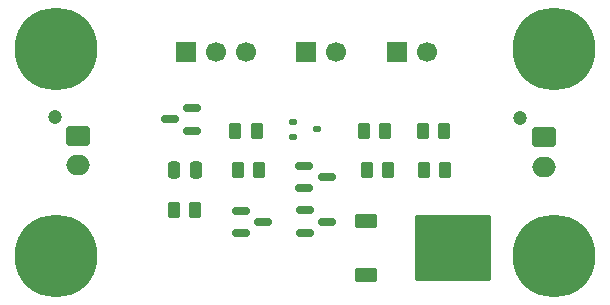
<source format=gbr>
%TF.GenerationSoftware,KiCad,Pcbnew,9.0.4*%
%TF.CreationDate,2025-11-06T12:38:59+01:00*%
%TF.ProjectId,pwr_board,7077725f-626f-4617-9264-2e6b69636164,rev?*%
%TF.SameCoordinates,Original*%
%TF.FileFunction,Soldermask,Top*%
%TF.FilePolarity,Negative*%
%FSLAX46Y46*%
G04 Gerber Fmt 4.6, Leading zero omitted, Abs format (unit mm)*
G04 Created by KiCad (PCBNEW 9.0.4) date 2025-11-06 12:38:59*
%MOMM*%
%LPD*%
G01*
G04 APERTURE LIST*
G04 Aperture macros list*
%AMRoundRect*
0 Rectangle with rounded corners*
0 $1 Rounding radius*
0 $2 $3 $4 $5 $6 $7 $8 $9 X,Y pos of 4 corners*
0 Add a 4 corners polygon primitive as box body*
4,1,4,$2,$3,$4,$5,$6,$7,$8,$9,$2,$3,0*
0 Add four circle primitives for the rounded corners*
1,1,$1+$1,$2,$3*
1,1,$1+$1,$4,$5*
1,1,$1+$1,$6,$7*
1,1,$1+$1,$8,$9*
0 Add four rect primitives between the rounded corners*
20,1,$1+$1,$2,$3,$4,$5,0*
20,1,$1+$1,$4,$5,$6,$7,0*
20,1,$1+$1,$6,$7,$8,$9,0*
20,1,$1+$1,$8,$9,$2,$3,0*%
G04 Aperture macros list end*
%ADD10R,1.700000X1.700000*%
%ADD11C,1.700000*%
%ADD12C,7.000000*%
%ADD13RoundRect,0.250000X-0.262500X-0.450000X0.262500X-0.450000X0.262500X0.450000X-0.262500X0.450000X0*%
%ADD14RoundRect,0.150000X-0.587500X-0.150000X0.587500X-0.150000X0.587500X0.150000X-0.587500X0.150000X0*%
%ADD15RoundRect,0.102000X-0.800000X0.500000X-0.800000X-0.500000X0.800000X-0.500000X0.800000X0.500000X0*%
%ADD16RoundRect,0.102000X-3.100000X2.700000X-3.100000X-2.700000X3.100000X-2.700000X3.100000X2.700000X0*%
%ADD17RoundRect,0.112500X-0.237500X0.112500X-0.237500X-0.112500X0.237500X-0.112500X0.237500X0.112500X0*%
%ADD18RoundRect,0.250000X0.250000X0.475000X-0.250000X0.475000X-0.250000X-0.475000X0.250000X-0.475000X0*%
%ADD19C,1.200000*%
%ADD20RoundRect,0.250000X-0.750000X0.600000X-0.750000X-0.600000X0.750000X-0.600000X0.750000X0.600000X0*%
%ADD21O,2.000000X1.700000*%
%ADD22RoundRect,0.150000X0.587500X0.150000X-0.587500X0.150000X-0.587500X-0.150000X0.587500X-0.150000X0*%
G04 APERTURE END LIST*
D10*
%TO.C,J3*%
X161589200Y-77800000D03*
D11*
X164129200Y-77800000D03*
%TD*%
D12*
%TO.C,H1*%
X140400000Y-77500000D03*
%TD*%
D13*
%TO.C,R3*%
X171549400Y-87800000D03*
X173374400Y-87800000D03*
%TD*%
%TO.C,R5*%
X155600000Y-84448000D03*
X157425000Y-84448000D03*
%TD*%
%TO.C,R7*%
X171450000Y-84450000D03*
X173275000Y-84450000D03*
%TD*%
%TO.C,R6*%
X166475000Y-84448000D03*
X168300000Y-84448000D03*
%TD*%
D12*
%TO.C,H3*%
X182600000Y-77500000D03*
%TD*%
D13*
%TO.C,R4*%
X166727200Y-87800000D03*
X168552200Y-87800000D03*
%TD*%
D14*
%TO.C,Q1*%
X156062200Y-91216400D03*
X156062200Y-93116400D03*
X157937200Y-92166400D03*
%TD*%
D15*
%TO.C,Q4*%
X166690000Y-92106400D03*
D16*
X173990000Y-94386400D03*
D15*
X166690000Y-96666400D03*
%TD*%
D12*
%TO.C,H2*%
X140400000Y-95100000D03*
%TD*%
D17*
%TO.C,D1*%
X160500000Y-83698000D03*
X160500000Y-84998000D03*
X162500000Y-84348000D03*
%TD*%
D18*
%TO.C,C1*%
X152300000Y-87800000D03*
X150400000Y-87800000D03*
%TD*%
D14*
%TO.C,Q3*%
X161444000Y-87444400D03*
X161444000Y-89344400D03*
X163319000Y-88394400D03*
%TD*%
D19*
%TO.C,J4*%
X140300000Y-83300000D03*
D20*
X142300000Y-84900000D03*
D21*
X142300000Y-87400000D03*
%TD*%
D14*
%TO.C,Q2*%
X161497800Y-91201200D03*
X161497800Y-93101200D03*
X163372800Y-92151200D03*
%TD*%
D19*
%TO.C,J2*%
X179700000Y-83400000D03*
D20*
X181700000Y-85000000D03*
D21*
X181700000Y-87500000D03*
%TD*%
D10*
%TO.C,J1*%
X151429200Y-77800000D03*
D11*
X153969200Y-77800000D03*
X156509200Y-77800000D03*
%TD*%
D12*
%TO.C,H4*%
X182600000Y-95100000D03*
%TD*%
D10*
%TO.C,J5*%
X169260000Y-77800000D03*
D11*
X171800000Y-77800000D03*
%TD*%
D22*
%TO.C,Q5*%
X151900000Y-84450000D03*
X151900000Y-82550000D03*
X150025000Y-83500000D03*
%TD*%
D13*
%TO.C,R2*%
X150369900Y-91186000D03*
X152194900Y-91186000D03*
%TD*%
%TO.C,R1*%
X155809000Y-87800000D03*
X157634000Y-87800000D03*
%TD*%
M02*

</source>
